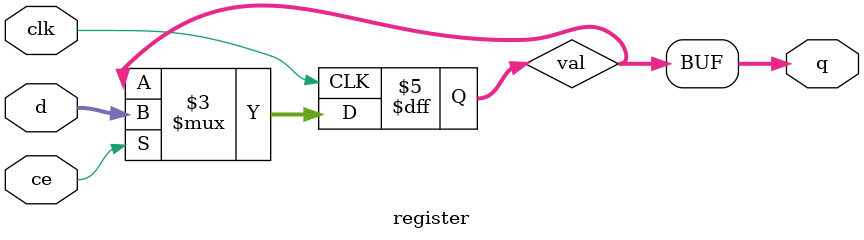
<source format=v>
`timescale 1ns / 1ps

module register
(
    input clk,
    input ce,
    input [7:0]d,
    output [7:0]q
);

    reg [7:0]val=8'd0;
    always @(posedge clk)
    begin
        if(ce) val<=d;
        //else val<=val;
    end
    assign q=val;
    
endmodule

</source>
